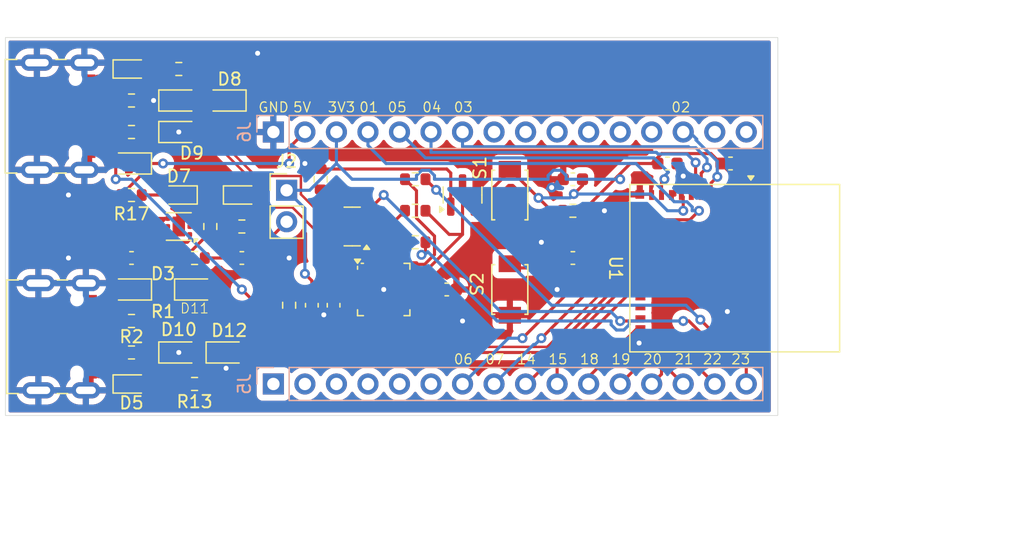
<source format=kicad_pcb>
(kicad_pcb (version 20241229) (generator "pcbnew") (generator_version "9.0")
  (layers (0 "F.Cu" signal) (2 "B.Cu" signal) (13 "F.Paste" user) (15 "B.Paste" user) (5 "F.SilkS" user "F.Silkscreen") (7 "B.SilkS" user "B.Silkscreen") (1 "F.Mask" user) (3 "B.Mask" user) (25 "Edge.Cuts" user))
  (net 0 "")
  (net 1 "/PWR_3V3")
  (net 2 "GND")
  (net 3 "/PWR_5V")
  (net 4 "Net-(U2-VPP)")
  (net 5 "/EIO0")
  (net 6 "Net-(D1-A)")
  (net 7 "/CHIP_PU")
  (net 8 "Net-(J1-CC1)")
  (net 9 "/PWR_USB2_VBUS")
  (net 11 "Net-(U3-FB)")
  (net 12 "/EIO3")
  (net 14 "/EIO8")
  (net 15 "/EIO9")
  (net 16 "/EIO7")
  (net 17 "/EIO5")
  (net 21 "/EIO6")
  (net 23 "/EIO1")
  (net 24 "/EIO4")
  (net 26 "/EIO2")
  (net 27 "/EIO20")
  (net 28 "/EIO14")
  (net 29 "/EIO18")
  (net 30 "/EIO15")
  (net 31 "/ERXD0")
  (net 32 "/EIO23")
  (net 33 "/EIO21")
  (net 34 "/EIO19")
  (net 35 "/EIO22")
  (net 37 "/ETXD0")
  (net 40 "Net-(J1-CC2)")
  (net 41 "/PWR_USB1_VBUS")
  (net 42 "Net-(J4-CC1)")
  (net 45 "Net-(J4-CC2)")
  (net 47 "/DTR")
  (net 48 "Net-(Q1-B)")
  (net 49 "Net-(Q2-B)")
  (net 51 "Net-(U2-TXD)")
  (net 52 "Net-(U2-RXD)")
  (net 53 "Net-(U2-~{RST})")
  (net 54 "/USB1_P")
  (net 55 "/USB1_N")
  (net 63 "/USB2_N")
  (net 66 "/USB2_P")
  (net 69 "Net-(D4-A)")
  (net 70 "Net-(D5-A)")
  (net 71 "Net-(D7-A)")
  (net 73 "/RTS")
  (net 85 "Net-(J2-Pin_2)")
  (footprint "Package_TO_SOT_SMD:SOT-23" (layer "F.Cu") (at 121.92 59.69 90)
    (property "Reference" "Q1" (hide yes))
    (property "Value" "BC847" (hide yes))
  )
  (footprint "Resistor_SMD:R_0603_1608Metric" (layer "F.Cu") (at 104.14 62.23)
    (property "Reference" "R5" (hide yes))
    (property "Value" "51" (hide yes))
  )
  (footprint "Package_SON:WSON-6-1EP_2x2mm_P0.65mm_EP1x1.6mm" (layer "F.Cu") (at 99.06 62.23 180)
    (property "Reference" "U3" (hide yes))
    (property "Value" "TLV75801PDRV" (hide yes))
  )
  (footprint "Capacitor_SMD:C_0603_1608Metric" (layer "F.Cu") (at 95.25 64.77)
    (property "Reference" "C7" (hide yes))
    (property "Value" "10uF" (hide yes))
  )
  (footprint "Diode_SMD:D_SOD-323" (layer "F.Cu") (at 99.06 52.07)
    (property "Reference" "D6" (hide yes))
    (property "Value" "SD05_SOD323" (hide yes))
  )
  (footprint "LED_SMD:LED_0603_1608Metric" (layer "F.Cu") (at 104.14 59.69)
    (property "Reference" "D1" (hide yes))
    (property "Value" "LED" (hide yes))
  )
  (footprint "Resistor_SMD:R_0603_1608Metric" (layer "F.Cu") (at 100.33 64.77 180)
    (property "Reference" "R3" (hide yes))
    (property "Value" "1M" (hide yes))
  )
  (footprint "Resistor_SMD:R_0603_1608Metric" (layer "F.Cu") (at 118.11 63.5)
    (property "Reference" "R9" (hide yes))
    (property "Value" "470" (hide yes))
  )
  (footprint "Connector_USB:USB_C_Receptacle_JAE_DX07S016JA1R1500" (layer "F.Cu") (at 88.9 71.12 -90)
    (property "Reference" "J1" (hide yes))
    (property "Value" "USB_C_Receptacle_USB2.0_16P" (hide yes))
  )
  (footprint "Diode_SMD:D_SOD-323" (layer "F.Cu") (at 99.06 54.61)
    (property "Reference" "D9")
    (property "Value" "SD05_SOD323" (hide yes))
  )
  (footprint "LED_SMD:LED_0603_1608Metric" (layer "F.Cu") (at 95.25 49.53)
    (property "Reference" "D4" (hide yes))
    (property "Value" "LED" (hide yes))
  )
  (footprint "TS-1088-AR02016:SW_TS-1088-AR02016" (layer "F.Cu") (at 125.73 59.69 90)
    (property "Reference" "S1")
    (property "Value" "TS-1088-AR02016" (hide yes))
  )
  (footprint "Resistor_SMD:R_0603_1608Metric" (layer "F.Cu") (at 95.25 72.39)
    (property "Reference" "R2")
    (property "Value" "5k1" (hide yes))
  )
  (footprint "Diode_SMD:D_SOD-323" (layer "F.Cu") (at 100.33 67.31)
    (property "Reference" "D11")
    (property "Value" "SD05_SOD323" (hide yes))
  )
  (footprint "Resistor_SMD:R_0603_1608Metric" (layer "F.Cu") (at 95.25 54.61 180)
    (property "Reference" "R8" (hide yes))
    (property "Value" "5k1" (hide yes))
  )
  (footprint "Capacitor_SMD:C_0603_1608Metric" (layer "F.Cu") (at 104.14 64.77)
    (property "Reference" "C2" (hide yes))
    (property "Value" "10uF" (hide yes))
  )
  (footprint "Resistor_SMD:R_0603_1608Metric" (layer "F.Cu") (at 95.25 69.85)
    (property "Reference" "R1")
    (property "Value" "5k1" (hide yes))
  )
  (footprint "Diode_SMD:D_SOD-323" (layer "F.Cu") (at 95.25 67.31 180)
    (property "Reference" "D3")
    (property "Value" "1N5819WS" (hide yes))
  )
  (footprint "Diode_SMD:D_SOD-323" (layer "F.Cu") (at 102.87 52.07 180)
    (property "Reference" "D8")
    (property "Value" "SD05_SOD323" (hide yes))
  )
  (footprint "Diode_SMD:D_SOD-323" (layer "F.Cu") (at 102.87 72.39)
    (property "Reference" "D12")
    (property "Value" "SD05_SOD323" (hide yes))
  )
  (footprint "LED_SMD:LED_0603_1608Metric" (layer "F.Cu") (at 95.25 74.93)
    (property "Reference" "D5")
    (property "Value" "LED" (hide yes))
  )
  (footprint "Diode_SMD:D_SOD-323" (layer "F.Cu") (at 95.25 57.15 180)
    (property "Reference" "D2" (hide yes))
    (property "Value" "1N5819WS" (hide yes))
  )
  (footprint "Capacitor_SMD:C_0603_1608Metric" (layer "F.Cu") (at 120.65 67.31)
    (property "Reference" "C3" (hide yes))
    (property "Value" "4.7uF" (hide yes))
  )
  (footprint "Resistor_SMD:R_0603_1608Metric" (layer "F.Cu") (at 95.25 52.07)
    (property "Reference" "R7" (hide yes))
    (property "Value" "5k1" (hide yes))
  )
  (footprint "Resistor_SMD:R_0603_1608Metric" (layer "F.Cu") (at 100.33 74.93 180)
    (property "Reference" "R13")
    (property "Value" "470" (hide yes))
  )
  (footprint "Resistor_SMD:R_0603_1608Metric" (layer "F.Cu") (at 99.06 49.53 180)
    (property "Reference" "R15" (hide yes))
    (property "Value" "470" (hide yes))
  )
  (footprint "Resistor_SMD:R_0603_1608Metric" (layer "F.Cu") (at 101.6 62.23 90)
    (property "Reference" "R4" (hide yes))
    (property "Value" "200k" (hide yes))
  )
  (footprint "Connector_USB:USB_C_Receptacle_JAE_DX07S016JA1R1500" (layer "F.Cu") (at 88.78 53.34 -90)
    (property "Reference" "J4" (hide yes))
    (property "Value" "USB_C_Receptacle_USB2.0_16P" (hide yes))
  )
  (footprint "Capacitor_SMD:C_0603_1608Metric" (layer "F.Cu") (at 143.51 57.15)
    (property "Reference" "C1" (hide yes))
    (property "Value" "10uF" (hide yes))
  )
  (footprint "Diode_SMD:D_SOD-323" (layer "F.Cu") (at 99.06 72.39)
    (property "Reference" "D10")
    (property "Value" "SD05_SOD323" (hide yes))
  )
  (footprint "TS-1088-AR02016:SW_TS-1088-AR02016" (layer "F.Cu") (at 125.73 67.31 90)
    (property "Reference" "S2")
    (property "Value" "TS-1088-AR02016" (hide yes))
  )
  (footprint "Capacitor_SMD:C_0603_1608Metric" (layer "F.Cu") (at 138.43 57.15)
    (property "Reference" "C4" (hide yes))
    (property "Value" "0.1uF" (hide yes))
  )
  (footprint "Connector_PinHeader_2.54mm:PinHeader_1x02_P2.54mm_Vertical" (layer "F.Cu") (at 107.7468 59.309)
    (property "Reference" "J2")
    (property "Value" "Conn_01x02_Pin")
  )
  (footprint "Package_DFN_QFN:QFN-24-1EP_4x4mm_P0.5mm_EP2.6x2.6mm" (layer "F.Cu") (at 115.57 67.31)
    (property "Reference" "U2" (hide yes))
    (property "Value" "CP2104" (hide yes))
  )
  (footprint "Capacitor_SMD:C_0603_1608Metric" (layer "F.Cu") (at 130.81 58.42 180)
    (property "Reference" "C5" (hide yes))
    (property "Value" "1.0uF" (hide yes))
  )
  (footprint "Resistor_SMD:R_0603_1608Metric" (layer "F.Cu") (at 110.49 58.42 -90)
    (property "Reference" "R11" (hide yes))
    (property "Value" "10k" (hide yes))
  )
  (footprint "Capacitor_SMD:C_0603_1608Metric" (layer "F.Cu") (at 109.7788 68.58 -90)
    (property "Reference" "C8" (hide yes))
    (property "Value" "10uF" (hide yes))
  )
  (footprint "Resistor_SMD:R_0603_1608Metric" (layer "F.Cu") (at 130.81 60.96 180)
    (property "Reference" "R6" (hide yes))
    (property "Value" "10k" (hide yes))
  )
  (footprint "Resistor_SMD:R_0603_1608Metric" (layer "F.Cu") (at 118.11 58.42)
    (property "Reference" "R10" (hide yes))
    (property "Value" "470" (hide yes))
  )
  (footprint "Capacitor_SMD:C_0603_1608Metric" (layer "F.Cu") (at 111.5314 68.58 -90)
    (property "Reference" "C9" (hide yes))
    (property "Value" "0.1uF" (hide yes))
  )
  (footprint "Resistor_SMD:R_0603_1608Metric" (layer "F.Cu") (at 95.25 59.69)
    (property "Reference" "R17")
    (property "Value" "470" (hide yes))
  )
  (footprint "Package_TO_SOT_SMD:SOT-23" (layer "F.Cu") (at 113.03 62.23 180)
    (property "Reference" "Q2" (hide yes))
    (property "Value" "BC847" (hide yes))
  )
  (footprint "Resistor_SMD:R_0603_1608Metric" (layer "F.Cu") (at 107.95 68.58 -90)
    (property "Reference" "R12" (hide yes))
    (property "Value" "1k" (hide yes))
  )
  (footprint "Capacitor_SMD:C_0603_1608Metric" (layer "F.Cu") (at 130.81 64.77 180)
    (property "Reference" "C6" (hide yes))
    (property "Value" "0.1uF" (hide yes))
  )
  (footprint "LED_SMD:LED_0603_1608Metric" (layer "F.Cu") (at 99.06 59.69 180)
    (property "Reference" "D7")
    (property "Value" "LED" (hide yes))
  )
  (footprint "Resistor_SMD:R_0603_1608Metric" (layer "F.Cu") (at 118.11 60.96 180)
    (property "Reference" "R14" (hide yes))
    (property "Value" "10k" (hide yes))
  )
  (footprint "RF_Module:ESP32-C6-MINI-1" (layer "F.Cu") (at 141.15 65.59 -90)
    (property "Reference" "U1")
    (property "Value" "ESP32-C6-MINI-1" (hide yes))
  )
  (footprint "Connector_PinHeader_2.54mm:PinHeader_1x16_P2.54mm_Vertical" (layer "B.Cu") (at 106.68 74.93 -90)
    (property "Reference" "J5")
    (property "Value" "Conn_01x16_Pin" (hide yes))
  )
  (footprint "Connector_PinHeader_2.54mm:PinHeader_1x16_P2.54mm_Vertical" (layer "B.Cu") (at 106.68 54.61 -90)
    (property "Reference" "J6")
    (property "Value" "Conn_01x16_Pin" (hide yes))
  )
  (gr_rect (start 85.09 46.99) (end 147.32 77.47) (stroke (width 0.05)) (fill no) (layer "Edge.Cuts"))
  (gr_text "04" (at 118.618 53.086 0) (layer "F.SilkS") (effects (font (size 0.8 0.8) (thickness 0.1)) (justify left bottom)))
  (gr_text "03" (at 121.158 53.086 0) (layer "F.SilkS") (effects (font (size 0.8 0.8) (thickness 0.1)) (justify left bottom)))
  (gr_text "07" (at 123.698 73.406 0) (layer "F.SilkS") (effects (font (size 0.8 0.8) (thickness 0.1)) (justify left bottom)))
  (gr_text "15" (at 128.778 73.406 0) (layer "F.SilkS") (effects (font (size 0.8 0.8) (thickness 0.1)) (justify left bottom)))
  (gr_text "02" (at 138.684 53.086 0) (layer "F.SilkS") (effects (font (size 0.8 0.8) (thickness 0.1)) (justify left bottom)))
  (gr_text "14" (at 126.238 73.406 0) (layer "F.SilkS") (effects (font (size 0.8 0.8) (thickness 0.1)) (justify left bottom)))
  (gr_text "22" (at 141.224 73.406 0) (layer "F.SilkS") (effects (font (size 0.8 0.8) (thickness 0.1)) (justify left bottom)))
  (gr_text "3V3" (at 110.998 53.086 0) (layer "F.SilkS") (effects (font (size 0.8 0.8) (thickness 0.1)) (justify left bottom)))
  (gr_text "01" (at 113.538 53.086 0) (layer "F.SilkS") (effects (font (size 0.8 0.8) (thickness 0.1)) (justify left bottom)))
  (gr_text "5V" (at 108.204 53.086 0) (layer "F.SilkS") (effects (font (size 0.8 0.8) (thickness 0.1)) (justify left bottom)))
  (gr_text "21" (at 138.938 73.406 0) (layer "F.SilkS") (effects (font (size 0.8 0.8) (thickness 0.1)) (justify left bottom)))
  (gr_text "19" (at 133.858 73.406 0) (layer "F.SilkS") (effects (font (size 0.8 0.8) (thickness 0.1)) (justify left bottom)))
  (gr_text "23" (at 143.51 73.406 0) (layer "F.SilkS") (effects (font (size 0.8 0.8) (thickness 0.1)) (justify left bottom)))
  (gr_text "20" (at 136.398 73.406 0) (layer "F.SilkS") (effects (font (size 0.8 0.8) (thickness 0.1)) (justify left bottom)))
  (gr_text "GND" (at 105.41 53.086 0) (layer "F.SilkS") (effects (font (size 0.8 0.8) (thickness 0.1)) (justify left bottom)))
  (gr_text "06" (at 121.158 73.406 0) (layer "F.SilkS") (effects (font (size 0.8 0.8) (thickness 0.1)) (justify left bottom)))
  (gr_text "18" (at 131.318 73.406 0) (layer "F.SilkS") (effects (font (size 0.8 0.8) (thickness 0.1)) (justify left bottom)))
  (gr_text "05" (at 115.824 53.086 0) (layer "F.SilkS") (effects (font (size 0.8 0.8) (thickness 0.1)) (justify left bottom)))
  (segment (start 135.445 57.15) (end 135.89 57.15) (width 0.25) (layer "F.Cu") (net 1))
  (segment (start 109.7788 67.805) (end 109.7788 66.5988) (width 0.25) (layer "F.Cu") (net 1))
  (segment (start 113.6325 68.56) (end 114.32 69.2475) (width 0.25) (layer "F.Cu") (net 1))
  (segment (start 143.55 57.965) (end 143.55 59.69) (width 0.25) (layer "F.Cu") (net 1))
  (segment (start 142.735 57.15) (end 143.55 57.965) (width 0.25) (layer "F.Cu") (net 1))
  (segment (start 109.7788 66.5988) (end 109.22 66.04) (width 0.25) (layer "F.Cu") (net 1))
  (segment (start 107.95 67.755) (end 111.4814 67.755) (width 0.25) (layer "F.Cu") (net 1))
  (segment (start 111.4814 67.755) (end 111.5314 67.805) (width 0.25) (layer "F.Cu") (net 1))
  (segment (start 141.934 56.349) (end 142.735 57.15) (width 0.25) (layer "F.Cu") (net 1))
  (segment (start 137.961 56.349) (end 141.934 56.349) (width 0.25) (layer "F.Cu") (net 1))
  (segment (start 134.62 58.42) (end 134.3975 58.1975) (width 0.25) (layer "F.Cu") (net 1))
  (segment (start 131.635 60.96) (end 134.3975 58.1975) (width 0.25) (layer "F.Cu") (net 1))
  (segment (start 111.5314 67.805) (end 111.7864 68.06) (width 0.25) (layer "F.Cu") (net 1))
  (segment (start 135.89 57.15) (end 137.16 57.15) (width 0.25) (layer "F.Cu") (net 1))
  (segment (start 111.7864 68.06) (end 113.6325 68.06) (width 0.25) (layer "F.Cu") (net 1))
  (segment (start 137.16 57.15) (end 137.655 57.15) (width 0.25) (layer "F.Cu") (net 1))
  (segment (start 134.3975 58.1975) (end 135.445 57.15) (width 0.25) (layer "F.Cu") (net 1))
  (segment (start 113.6325 68.06) (end 113.6325 68.56) (width 0.25) (layer "F.Cu") (net 1))
  (segment (start 137.16 57.15) (end 137.961 56.349) (width 0.25) (layer "F.Cu") (net 1))
  (via (at 134.62 58.42) (size 0.8) (drill 0.4) (layers "F.Cu" "B.Cu") (net 1))
  (via (at 109.22 66.04) (size 0.8) (drill 0.4) (layers "F.Cu" "B.Cu") (net 1))
  (segment (start 109.601 59.309) (end 107.7468 59.309) (width 0.25) (layer "B.Cu") (net 1))
  (segment (start 128.814 58.42) (end 128.814 58.11928) (width 0.25) (layer "B.Cu") (net 1))
  (segment (start 107.7468 59.309) (end 109.22 60.7822) (width 0.25) (layer "B.Cu") (net 1))
  (segment (start 118.63428 57.694) (end 119.23572 57.694) (width 0.25) (layer "B.Cu") (net 1))
  (segment (start 111.76 54.61) (end 111.76 57.15) (width 0.25) (layer "B.Cu") (net 1))
  (segment (start 119.23572 57.694) (end 119.661 58.11928) (width 0.25) (layer "B.Cu") (net 1))
  (segment (start 129.84072 57.694) (end 130.266 58.11928) (width 0.25) (layer "B.Cu") (net 1))
  (segment (start 109.22 60.7822) (end 109.22 66.04) (width 0.25) (layer "B.Cu") (net 1))
  (segment (start 113.03 58.42) (end 118.209 58.42) (width 0.25) (layer "B.Cu") (net 1))
  (segment (start 130.266 58.42) (end 134.62 58.42) (width 0.25) (layer "B.Cu") (net 1))
  (segment (start 128.814 58.11928) (end 129.23928 57.694) (width 0.25) (layer "B.Cu") (net 1))
  (segment (start 130.266 58.11928) (end 130.266 58.42) (width 0.25) (layer "B.Cu") (net 1))
  (segment (start 111.76 57.15) (end 109.601 59.309) (width 0.25) (layer "B.Cu") (net 1))
  (segment (start 118.209 58.42) (end 118.209 58.11928) (width 0.25) (layer "B.Cu") (net 1))
  (segment (start 119.661 58.11928) (end 119.661 58.42) (width 0.25) (layer "B.Cu") (net 1))
  (segment (start 129.23928 57.694) (end 129.84072 57.694) (width 0.25) (layer "B.Cu") (net 1))
  (segment (start 111.76 57.15) (end 113.03 58.42) (width 0.25) (layer "B.Cu") (net 1))
  (segment (start 118.209 58.11928) (end 118.63428 57.694) (width 0.25) (layer "B.Cu") (net 1))
  (segment (start 119.661 58.42) (end 128.814 58.42) (width 0.25) (layer "B.Cu") (net 1))
  (segment (start 93.2422 50.24) (end 93.9522 49.53) (width 0.25) (layer "F.Cu") (net 2))
  (segment (start 91.455 49.02) (end 90.17 49.02) (width 0.25) (layer "F.Cu") (net 2))
  (segment (start 91.83 57.285) (end 91.455 57.66) (width 0.25) (layer "F.Cu") (net 2))
  (segment (start 91.83 49.395) (end 91.7025 49.2675) (width 0.25) (layer "F.Cu") (net 2))
  (segment (start 91.575 67.645) (end 91.95 68.02) (width 0.25) (layer "F.Cu") (net 2))
  (segment (start 139.205 57.15) (end 139.205 57.671) (width 0.25) (layer "F.Cu") (net 2))
  (segment (start 91.455 49.53) (end 91.455 49.865) (width 0.25) (layer "F.Cu") (net 2))
  (segment (start 136.25 62.39) (end 137.95 62.39) (width 0.25) (layer "F.Cu") (net 2))
  (segment (start 96.025 64.77) (end 96.74 64.77) (width 0.25) (layer "F.Cu") (net 2))
  (segment (start 136.2 58.73) (end 135.89 58.42) (width 0.25) (layer "F.Cu") (net 2))
  (segment (start 137.1 59.64) (end 137.15 59.69) (width 0.25) (layer "F.Cu") (net 2))
  (segment (start 91.95 75.065) (end 91.575 75.44) (width 0.25) (layer "F.Cu") (net 2))
  (segment (start 115.57 67.31) (end 114.82 66.56) (width 0.25) (layer "F.Cu") (net 2))
  (segment (start 136.2 59.64) (end 136.2 58.73) (width 0.25) (layer "F.Cu") (net 2))
  (segment (start 100.1225 61.405) (end 99.9475 61.58) (width 0.25) (layer "F.Cu") (net 2))
  (segment (start 101.6 61.405) (end 100.1225 61.405) (width 0.25) (layer "F.Cu") (net 2))
  (segment (start 139.205 57.671) (end 139.7 58.166) (width 0.25) (layer "F.Cu") (net 2))
  (segment (start 91.575 66.8) (end 91.575 67.645) (width 0.25) (layer "F.Cu") (net 2))
  (segment (start 91.83 56.44) (end 91.83 57.285) (width 0.25) (layer "F.Cu") (net 2))
  (segment (start 114.82 66.56) (end 113.6325 66.56) (width 0.25) (layer "F.Cu") (net 2))
  (segment (start 91.95 74.22) (end 91.95 75.065) (width 0.25) (layer "F.Cu") (net 2))
  (segment (start 96.74 64.77) (end 99.28 67.31) (width 0.25) (layer "F.Cu") (net 2))
  (segment (start 91.83 50.24) (end 93.2422 50.24) (width 0.25) (layer "F.Cu") (net 2))
  (segment (start 96.075 52.07) (end 98.01 52.07) (width 0.25) (layer "F.Cu") (net 2))
  (segment (start 91.455 49.02) (end 91.455 49.53) (width 0.25) (layer "F.Cu") (net 2))
  (segment (start 129.766153 58.42) (end 129.099908 59.086245) (width 0.25) (layer "F.Cu") (net 2))
  (segment (start 90.17 49.02) (end 87.63 49.02) (width 0.25) (layer "F.Cu") (net 2))
  (segment (start 91.455 49.865) (end 91.83 50.24) (width 0.25) (layer "F.Cu") (net 2))
  (segment (start 110.744 69.355) (end 109.7788 69.355) (width 0.25) (layer "F.Cu") (net 2))
  (segment (start 130.035 58.42) (end 129.766153 58.42) (width 0.25) (layer "F.Cu") (net 2))
  (segment (start 96.075 72.39) (end 98.01 72.39) (width 0.25) (layer "F.Cu") (net 2))
  (segment (start 111.5314 69.355) (end 110.744 69.355) (width 0.25) (layer "F.Cu") (net 2))
  (segment (start 136.2 71.54) (end 136.2 71.572) (width 0.25) (layer "F.Cu") (net 2))
  (segment (start 137.95 62.39) (end 139.175 63.615) (width 0.25) (layer "F.Cu") (net 2))
  (segment (start 93.9522 49.53) (end 94.4625 49.53) (width 0.25) (layer "F.Cu") (net 2))
  (segment (start 143.256 67.696) (end 143.125 67.565) (width 0.25) (layer "F.Cu") (net 2))
  (segment (start 143.256 69.088) (end 143.256 67.696) (width 0.25) (layer "F.Cu") (net 2))
  (segment (start 136.2 59.64) (end 137.1 59.64) (width 0.25) (layer "F.Cu") (net 2))
  (segment (start 136.2 71.572) (end 136.144 71.628) (width 0.25) (layer "F.Cu") (net 2))
  (segment (start 91.7025 49.2675) (end 91.455 49.02) (width 0.25) (layer "F.Cu") (net 2))
  (via (at 90.17 64.77) (size 0.8) (drill 0.4) (layers "F.Cu" "B.Cu") (net 2))
  (via (at 128.27 63.5) (size 0.8) (drill 0.4) (layers "F.Cu" "B.Cu") (net 2))
  (via (at 139.7 58.166) (size 0.8) (drill 0.4) (layers "F.Cu" "B.Cu") (net 2))
  (via (at 143.256 69.088) (size 0.8) (drill 0.4) (layers "F.Cu" "B.Cu") (net 2))
  (via (at 115.57 67.31) (size 0.8) (drill 0.4) (layers "F.Cu" "B.Cu") (net 2))
  (via (at 133.35 60.96) (size 0.8) (drill 0.4) (layers "F.Cu" "B.Cu") (net 2))
  (via (at 99.06 72.39) (size 0.8) (drill 0.4) (layers "F.Cu" "B.Cu") (net 2))
  (via (at 97.028 52.07) (size 0.8) (drill 0.4) (layers "F.Cu" "B.Cu") (net 2))
  (via (at 109.22 57.15) (size 0.8) (drill 0.4) (layers "F.Cu" "B.Cu") (net 2))
  (via (at 90.17 59.69) (size 0.8) (drill 0.4) (layers "F.Cu" "B.Cu") (net 2))
  (via (at 105.41 48.26) (size 0.8) (drill 0.4) (layers "F.Cu" "B.Cu") (net 2))
  (via (at 102.87 73.66) (size 0.8) (drill 0.4) (layers "F.Cu" "B.Cu") (net 2))
  (via (at 110.744 69.355) (size 0.8) (drill 0.4) (layers "F.Cu" "B.Cu") (net 2))
  (via (at 129.099908 59.086245) (size 0.8) (drill 0.4) (layers "F.Cu" "B.Cu") (net 2))
  (via (at 129.54 67.31) (size 0.8) (drill 0.4) (layers "F.Cu" "B.Cu") (net 2))
  (via (at 99.06 54.61) (size 0.8) (drill 0.4) (layers "F.Cu" "B.Cu") (net 2))
  (via (at 107.95 64.77) (size 0.8) (drill 0.4) (layers "F.Cu" "B.Cu") (net 2))
  (via (at 136.144 71.628) (size 0.8) (drill 0.4) (layers "F.Cu" "B.Cu") (net 2))
  (via (at 121.92 69.85) (size 0.8) (drill 0.4) (layers "F.Cu" "B.Cu") (net 2))
  (segment (start 140.716 71.628) (end 143.256 69.088) (width 0.25) (layer "B.Cu") (net 2))
  (segment (start 136.144 71.628) (end 140.716 71.628) (width 0.25) (layer "B.Cu") (net 2))
  (segment (start 94.825 59.69) (end 96.715 61.58) (width 0.25) (layer "F.Cu") (net 3))
  (segment (start 98.1725 62.88) (end 96.654534 62.88) (width 0.25) (layer "F.Cu") (net 3))
  (segment (start 96.3 57.15) (end 96.3 57.815) (width 0.25) (layer "F.Cu") (net 3))
  (segment (start 97.659 61.906001) (end 97.659 62.553999) (width 0.25) (layer "F.Cu") (net 3))
  (segment (start 109.22 54.61) (end 107.95 55.88) (width 0.25) (layer "F.Cu") (net 3))
  (segment (start 98.1725 61.58) (end 97.985001 61.58) (width 0.25) (layer "F.Cu") (net 3))
  (segment (start 96.3 67.31) (end 96.3 66.595) (width 0.25) (layer "F.Cu") (net 3))
  (segment (start 97.985001 62.88) (end 98.1725 62.88) (width 0.25) (layer "F.Cu") (net 3))
  (segment (start 97.79 57.15) (end 96.3 57.15) (width 0.25) (layer "F.Cu") (net 3))
  (segment (start 94.764534 64.77) (end 94.475 64.77) (width 0.25) (layer "F.Cu") (net 3))
  (segment (start 107.95 55.88) (end 107.95 57.15) (width 0.25) (layer "F.Cu") (net 3))
  (segment (start 96.654534 62.88) (end 94.764534 64.77) (width 0.25) (layer "F.Cu") (net 3))
  (segment (start 94.425 59.69) (end 94.825 59.69) (width 0.25) (layer "F.Cu") (net 3))
  (segment (start 96.3 57.815) (end 94.425 59.69) (width 0.25) (layer "F.Cu") (net 3))
  (segment (start 96.715 61.58) (end 98.1725 61.58) (width 0.25) (layer "F.Cu") (net 3))
  (segment (start 97.985001 61.58) (end 97.659 61.906001) (width 0.25) (layer "F.Cu") (net 3))
  (segment (start 96.3 66.595) (end 94.475 64.77) (width 0.25) (layer "F.Cu") (net 3))
  (segment (start 97.659 62.553999) (end 97.985001 62.88) (width 0.25) (layer "F.Cu") (net 3))
  (via (at 97.79 57.15) (size 0.8) (drill 0.4) (layers "F.Cu" "B.Cu") (net 3))
  (via (at 107.95 57.15) (size 0.8) (drill 0.4) (layers "F.Cu" "B.Cu") (net 3))
  (segment (start 107.95 57.15) (end 97.79 57.15) (width 0.25) (layer "B.Cu") (net 3))
  (segment (start 119.875 67.31) (end 119.625 67.06) (width 0.25) (layer "F.Cu") (net 4))
  (segment (start 119.625 67.06) (end 117.5075 67.06) (width 0.25) (layer "F.Cu") (net 4))
  (segment (start 130.784 65.571) (end 131.585 64.77) (width 0.25) (layer "F.Cu") (net 5))
  (segment (start 125.73 65.235) (end 126.066 65.571) (width 0.25) (layer "F.Cu") (net 5))
  (segment (start 126.066 65.571) (end 130.784 65.571) (width 0.25) (layer "F.Cu") (net 5))
  (segment (start 135.565 60.79) (end 136.25 60.79) (width 0.25) (layer "F.Cu") (net 5))
  (segment (start 131.585 64.77) (end 135.565 60.79) (width 0.25) (layer "F.Cu") (net 5))
  (segment (start 105.41 60.96) (end 105.41 61.785) (width 0.25) (layer "F.Cu") (net 6))
  (segment (start 104.9275 60.4775) (end 104.9275 59.69) (width 0.25) (layer "F.Cu") (net 6))
  (segment (start 105.41 61.785) (end 104.965 62.23) (width 0.25) (layer "F.Cu") (net 6))
  (segment (start 105.41 60.96) (end 104.9275 60.4775) (width 0.25) (layer "F.Cu") (net 6))
  (segment (start 125.73 57.615) (end 125.73 57.7675) (width 0.25) (layer "F.Cu") (net 7))
  (segment (start 139.7 59.84) (end 139.55 59.69) (width 0.25) (layer "F.Cu") (net 7))
  (segment (start 125.73 57.7675) (end 122.87 60.6275) (width 0.25) (layer "F.Cu") (net 7))
  (segment (start 131.585 58.42) (end 131.585 58.915) (width 0.25) (layer "F.Cu") (net 7))
  (segment (start 125.73 57.615) (end 128.0375 59.9225) (width 0.25) (layer "F.Cu") (net 7))
  (segment (start 128.0375 59.9225) (end 129.075 60.96) (width 0.25) (layer "F.Cu") (net 7))
  (segment (start 139.7 60.96) (end 139.7 59.84) (width 0.25) (layer "F.Cu") (net 7))
  (segment (start 129.075 60.96) (end 129.985 60.96) (width 0.25) (layer "F.Cu") (net 7))
  (segment (start 131.585 58.915) (end 130.887362 59.612638) (width 0.25) (layer "F.Cu") (net 7))
  (via (at 128.0375 59.9225) (size 0.8) (drill 0.4) (layers "F.Cu" "B.Cu") (net 7))
  (via (at 130.887362 59.612638) (size 0.8) (drill 0.4) (layers "F.Cu" "B.Cu") (net 7))
  (via (at 139.7 60.96) (size 0.8) (drill 0.4) (layers "F.Cu" "B.Cu") (net 7))
  (segment (start 130.887362 59.612638) (end 130.5775 59.9225) (width 0.25) (layer "B.Cu") (net 7))
  (segment (start 130.887362 59.612638) (end 137.082638 59.612638) (width 0.25) (layer "B.Cu") (net 7))
  (segment (start 130.5775 59.9225) (end 128.0375 59.9225) (width 0.25) (layer "B.Cu") (net 7))
  (segment (start 137.082638 59.612638) (end 138.43 60.96) (width 0.25) (layer "B.Cu") (net 7))
  (segment (start 138.43 60.96) (end 139.7 60.96) (width 0.25) (layer "B.Cu") (net 7))
  (segment (start 94.425 69.85) (end 93.945 69.37) (width 0.25) (layer "F.Cu") (net 8))
  (segment (start 93.945 69.37) (end 91.95 69.37) (width 0.25) (layer "F.Cu") (net 8))
  (segment (start 91.83 55.69) (end 91.691 55.551) (width 0.25) (layer "F.Cu") (net 9))
  (segment (start 90.17 54.717) (end 90.17 52.07) (width 0.25) (layer "F.Cu") (net 9))
  (segment (start 114.545154 69.986) (end 114.82 69.711154) (width 0.25) (layer "F.Cu") (net 9))
  (segment (start 99.885 49.53) (end 98.425 50.99) (width 0.25) (layer "F.Cu") (net 9))
  (segment (start 104.14 67.31) (end 105.41 68.58) (width 0.25) (layer "F.Cu") (net 9))
  (segment (start 94.2 57.15) (end 92.74 55.69) (width 0.25) (layer "F.Cu") (net 9))
  (segment (start 92.74 55.69) (end 91.83 55.69) (width 0.25) (layer "F.Cu") (net 9))
  (segment (start 112.395 68.58) (end 113.801 69.986) (width 0.25) (layer "F.Cu") (net 9))
  (segment (start 90.17 52.07) (end 91.25 50.99) (width 0.25) (layer "F.Cu") (net 9))
  (segment (start 91.691 55.551) (end 91.004 55.551) (width 0.25) (layer "F.Cu") (net 9))
  (segment (start 105.41 68.58) (end 112.395 68.58) (width 0.25) (layer "F.Cu") (net 9))
  (segment (start 99.885 51.845) (end 100.11 52.07) (width 0.25) (layer "F.Cu") (net 9))
  (segment (start 93.98 58.42) (end 93.98 57.37) (width 0.25) (layer "F.Cu") (net 9))
  (segment (start 93.98 57.37) (end 94.2 57.15) (width 0.25) (layer "F.Cu") (net 9))
  (segment (start 113.801 69.986) (end 114.545154 69.986) (width 0.25) (layer "F.Cu") (net 9))
  (segment (start 114.82 69.711154) (end 114.82 69.2475) (width 0.25) (layer "F.Cu") (net 9))
  (segment (start 91.004 55.551) (end 90.17 54.717) (width 0.25) (layer "F.Cu") (net 9))
  (segment (start 98.425 50.99) (end 91.83 50.99) (width 0.25) (layer "F.Cu") (net 9))
  (segment (start 91.25 50.99) (end 91.83 50.99) (width 0.25) (layer "F.Cu") (net 9))
  (segment (start 99.885 49.53) (end 99.885 51.845) (width 0.25) (layer "F.Cu") (net 9))
  (via (at 93.98 58.42) (size 0.8) (drill 0.4) (layers "F.Cu" "B.Cu") (net 9))
  (via (at 104.14 67.31) (size 0.8) (drill 0.4) (layers "F.Cu" "B.Cu") (net 9))
  (segment (start 104.14 67.31) (end 95.25 58.42) (width 0.25) (layer "B.Cu") (net 9))
  (segment (start 95.25 58.42) (end 93.98 58.42) (width 0.25) (layer "B.Cu") (net 9))
  (segment (start 101.22 63.055) (end 101.6 63.055) (width 0.25) (layer "F.Cu") (net 11))
  (segment (start 101.6 63.055) (end 100.775 62.23) (width 0.25) (layer "F.Cu") (net 11))
  (segment (start 100.775 62.23) (end 99.9475 62.23) (width 0.25) (layer "F.Cu") (net 11))
  (segment (start 99.505 64.77) (end 101.22 63.055) (width 0.25) (layer "F.Cu") (net 11))
  (segment (start 141.15 59.69) (end 141.15 57.931504) (width 0.25) (layer "F.Cu") (net 12))
  (segment (start 141.15 57.931504) (end 141.618239 57.463265) (width 0.25) (layer "F.Cu") (net 12))
  (via (at 141.618239 57.463265) (size 0.8) (drill 0.4) (layers "F.Cu" "B.Cu") (net 12))
  (segment (start 121.92 54.61) (end 121.92 55.797) (width 0.25) (layer "B.Cu") (net 12))
  (segment (start 140.125 55.797) (end 121.92 55.797) (width 0.25) (layer "B.Cu") (net 12))
  (segment (start 140.208 55.88) (end 140.125 55.797) (width 0.25) (layer "B.Cu") (net 12))
  (segment (start 141.618239 56.782239) (end 140.716 55.88) (width 0.25) (layer "B.Cu") (net 12))
  (segment (start 140.716 55.88) (end 140.208 55.88) (width 0.25) (layer "B.Cu") (net 12))
  (segment (start 141.618239 57.463265) (end 141.618239 56.782239) (width 0.25) (layer "B.Cu") (net 12))
  (segment (start 136.51 69.85) (end 136.25 69.59) (width 0.25) (layer "F.Cu") (net 15))
  (segment (start 113.9675 61.28) (end 113.98 61.28) (width 0.25) (layer "F.Cu") (net 15))
  (segment (start 135.99 69.85) (end 136.442 69.85) (width 0.25) (layer "F.Cu") (net 15))
  (segment (start 113.98 61.28) (end 115.57 59.69) (width 0.25) (layer "F.Cu") (net 15))
  (segment (start 135.99 69.85) (end 136.25 69.59) (width 0.25) (layer "F.Cu") (net 15))
  (segment (start 134.62 69.85) (end 135.99 69.85) (width 0.25) (layer "F.Cu") (net 15))
  (via (at 134.62 69.85) (size 0.8) (drill 0.4) (layers "F.Cu" "B.Cu") (net 15))
  (via (at 115.57 59.69) (size 0.8) (drill 0.4) (layers "F.Cu" "B.Cu") (net 15))
  (segment (start 133.858 69.088) (end 134.62 69.85) (width 0.25) (layer "B.Cu") (net 15))
  (segment (start 124.968 69.088) (end 133.858 69.088) (width 0.25) (layer "B.Cu") (net 15))
  (segment (start 115.57 59.69) (end 124.968 69.088) (width 0.25) (layer "B.Cu") (net 15))
  (segment (start 135.519 63.99) (end 128.27 71.239) (width 0.25) (layer "F.Cu") (net 16))
  (segment (start 136.25 63.99) (end 135.519 63.99) (width 0.25) (layer "F.Cu") (net 16))
  (via (at 128.27 71.239) (size 0.8) (drill 0.4) (layers "F.Cu" "B.Cu") (net 16))
  (segment (start 128.27 71.239) (end 127.762 71.747) (width 0.25) (layer "B.Cu") (net 16))
  (segment (start 127.643 71.747) (end 124.46 74.93) (width 0.25) (layer "B.Cu") (net 16))
  (segment (start 127.762 71.747) (end 127.643 71.747) (width 0.25) (layer "B.Cu") (net 16))
  (segment (start 137.95 58.646) (end 138.180653 58.415347) (width 0.25) (layer "F.Cu") (net 17))
  (segment (start 137.95 59.04) (end 137.95 58.646) (width 0.25) (layer "F.Cu") (net 17))
  (segment (start 137.95 59.04) (end 137.95 59.69) (width 0.25) (layer "F.Cu") (net 17))
  (via (at 138.180653 58.415347) (size 0.8) (drill 0.4) (layers "F.Cu" "B.Cu") (net 17))
  (segment (start 138.180653 58.171537) (end 138.5 57.85219) (width 0.25) (layer "B.Cu") (net 17))
  (segment (start 138.5 57.85219) (end 137.34681 56.699) (width 0.25) (layer "B.Cu") (net 17))
  (segment (start 118.929 56.699) (end 116.84 54.61) (width 0.25) (layer "B.Cu") (net 17))
  (segment (start 138.180653 58.415347) (end 138.180653 58.171537) (width 0.25) (layer "B.Cu") (net 17))
  (segment (start 137.34681 56.699) (end 118.929 56.699) (width 0.25) (layer "B.Cu") (net 17))
  (segment (start 134.795 63.19) (end 126.746 71.239) (width 0.25) (layer "F.Cu") (net 21))
  (segment (start 136.25 63.19) (end 134.795 63.19) (width 0.25) (layer "F.Cu") (net 21))
  (via (at 126.746 71.239) (size 0.8) (drill 0.4) (layers "F.Cu" "B.Cu") (net 21))
  (segment (start 125.611 71.239) (end 121.92 74.93) (width 0.25) (layer "B.Cu") (net 21))
  (segment (start 126.746 71.239) (end 125.611 71.239) (width 0.25) (layer "B.Cu") (net 21))
  (segment (start 140.244 61.686) (end 140.97 60.96) (width 0.25) (layer "F.Cu") (net 23))
  (segment (start 136.346 61.686) (end 140.244 61.686) (width 0.25) (layer "F.Cu") (net 23))
  (segment (start 136.25 61.59) (end 136.346 61.686) (width 0.25) (layer "F.Cu") (net 23))
  (via (at 140.97 60.96) (size 0.8) (drill 0.4) (layers "F.Cu" "B.Cu") (net 23))
  (segment (start 115.758 57.15) (end 114.3 55.692) (width 0.25) (layer "B.Cu") (net 23))
  (segment (start 140.00072 60.234) (end 138.974 60.234) (width 0.25) (layer "B.Cu") (net 23))
  (segment (start 138.974 60.234) (end 135.89 57.15) (width 0.25) (layer "B.Cu") (net 23))
  (segment (start 135.89 57.15) (end 115.758 57.15) (width 0.25) (layer "B.Cu") (net 23))
  (segment (start 114.3 55.692) (end 114.3 54.61) (width 0.25) (layer "B.Cu") (net 23))
  (segment (start 140.97 60.96) (end 140.426 60.96) (width 0.25) (layer "B.Cu") (net 23))
  (segment (start 140.426 60.65928) (end 140.00072 60.234) (width 0.25) (layer "B.Cu") (net 23))
  (segment (start 140.426 60.96) (end 140.426 60.65928) (width 0.25) (layer "B.Cu") (net 23))
  (segment (start 138.75 59.69) (end 139.024 59.69) (width 0.25) (layer "F.Cu") (net 24))
  (segment (start 140.69711 58.43889) (end 140.69711 57.074) (width 0.25) (layer "F.Cu") (net 24))
  (segment (start 139.024 59.69) (end 139.024 58.964) (width 0.25) (layer "F.Cu") (net 24))
  (segment (start 139.024 58.964) (end 140.172 58.964) (width 0.25) (layer "F.Cu") (net 24))
  (segment (start 140.172 58.964) (end 140.69711 58.43889) (width 0.25) (layer "F.Cu") (net 24))
  (via (at 140.69711 57.074) (size 0.8) (drill 0.4) (layers "F.Cu" "B.Cu") (net 24))
  (segment (start 119.38 54.61) (end 119.38 56.248) (width 0.25) (layer "B.Cu") (net 24))
  (segment (start 137.67362 56.388) (end 140.01111 56.388) (width 0.25) (layer "B.Cu") (net 24))
  (segment (start 140.01111 56.388) (end 140.69711 57.074) (width 0.25) (layer "B.Cu") (net 24))
  (segment (start 119.38 56.248) (end 137.53362 56.248) (width 0.25) (layer "B.Cu") (net 24))
  (segment (start 137.53362 56.248) (end 137.67362 56.388) (width 0.25) (layer "B.Cu") (net 24))
  (segment (start 141.95 59.98) (end 141.95 59.69) (width 0.25) (layer "F.Cu") (net 26))
  (segment (start 141.95 59.69) (end 141.95 58.716065) (width 0.25) (layer "F.Cu") (net 26))
  (segment (start 141.95 58.716065) (end 142.44276 58.223305) (width 0.25) (layer "F.Cu") (net 26))
  (segment (start 139.7 54.61) (end 139.956 54.61) (width 0.25) (layer "F.Cu") (net 26))
  (via (at 142.44276 58.223305) (size 0.8) (drill 0.4) (layers "F.Cu" "B.Cu") (net 26))
  (segment (start 140.208 54.61) (end 139.7 54.61) (width 0.25) (layer "B.Cu") (net 26))
  (segment (start 140.785558 55.187558) (end 140.723463 55.249653) (width 0.25) (layer "B.Cu") (net 26))
  (segment (start 142.44276 58.223305) (end 142.44276 56.96895) (width 0.25) (layer "B.Cu") (net 26))
  (segment (start 140.785558 55.187558) (end 140.208 54.61) (width 0.25) (layer "B.Cu") (net 26))
  (segment (start 142.44276 56.96895) (end 140.723463 55.249653) (width 0.25) (layer "B.Cu") (net 26))
  (segment (start 137.95 74.14) (end 137.16 74.93) (width 0.25) (layer "F.Cu") (net 27))
  (segment (start 137.95 71.49) (end 137.95 74.14) (width 0.25) (layer "F.Cu") (net 27))
  (segment (start 136.25 66.39) (end 135.63581 66.39) (width 0.25) (layer "F.Cu") (net 28))
  (segment (start 135.63581 66.39) (end 127.09581 74.93) (width 0.25) (layer "F.Cu") (net 28))
  (segment (start 127.09581 74.93) (end 127 74.93) (width 0.25) (layer "F.Cu") (net 28))
  (segment (start 136.25 70.39) (end 136.05 70.39) (width 0.25) (layer "F.Cu") (net 29))
  (segment (start 136.05 70.39) (end 132.08 74.36) (width 0.25) (layer "F.Cu") (net 29))
  (segment (start 132.08 74.36) (end 132.08 74.93) (width 0.25) (layer "F.Cu") (net 29))
  (segment (start 136.25 67.19) (end 135.798 67.19) (width 0.25) (layer "F.Cu") (net 30))
  (segment (start 129.54 73.448) (end 129.54 74.93) (width 0.25) (layer "F.Cu") (net 30))
  (segment (start 135.798 67.19) (end 129.54 73.448) (width 0.25) (layer "F.Cu") (net 30))
  (segment (start 118.935 63.5) (end 118.935 64.189694) (width 0.25) (layer "F.Cu") (net 31))
  (segment (start 141.15 71.49) (end 141.15 70.84) (width 0.25) (layer "F.Cu") (net 31))
  (segment (start 141.15 70.84) (end 140.16 69.85) (width 0.25) (layer "F.Cu") (net 31))
  (segment (start 118.935 64.189694) (end 118.613347 64.511347) (width 0.25) (layer "F.Cu") (net 31))
  (segment (start 140.16 69.85) (end 139.7 69.85) (width 0.25) (layer "F.Cu") (net 31))
  (segment (start 140.97 71.67) (end 141.15 71.49) (width 0.25) (layer "F.Cu") (net 31))
  (via (at 118.613347 64.511347) (size 0.8) (drill 0.4) (layers "F.Cu" "B.Cu") (net 31))
  (via (at 139.7 69.85) (size 0.8) (drill 0.4) (layers "F.Cu" "B.Cu") (net 31))
  (segment (start 124.704694 69.85) (end 119.121347 64.266653) (width 0.25) (layer "B.Cu") (net 31))
  (segment (start 134.92072 70.576) (end 134.31928 70.576) (width 0.25) (layer "B.Cu") (net 31))
  (segment (start 118.613347 64.511347) (end 118.876653 64.511347) (width 0.25) (layer "B.Cu") (net 31))
  (segment (start 134.31928 70.576) (end 133.894 70.15072) (width 0.25) (layer "B.Cu") (net 31))
  (segment (start 135.346 70.15072) (end 134.92072 70.576) (width 0.25) (layer "B.Cu") (net 31))
  (segment (start 118.876653 64.511347) (end 119.121347 64.266653) (width 0.25) (layer "B.Cu") (net 31))
  (segment (start 135.346 69.85) (end 135.346 70.15072) (width 0.25) (layer "B.Cu") (net 31))
  (segment (start 133.894 70.15072) (end 133.894 69.85) (width 0.25) (layer "B.Cu") (net 31))
  (segment (start 139.7 69.85) (end 135.346 69.85) (width 0.25) (layer "B.Cu") (net 31))
  (segment (start 133.894 69.85) (end 124.704694 69.85) (width 0.25) (layer "B.Cu") (net 31))
  (segment (start 144.78 72.39) (end 144.78 74.93) (width 0.25) (layer "F.Cu") (net 32))
  (segment (start 140.6 72.39) (end 144.78 72.39) (width 0.25) (layer "F.Cu") (net 32))
  (segment (start 140.35 72.14) (end 140.6 72.39) (width 0.25) (layer "F.Cu") (net 32))
  (segment (start 140.35 71.49) (end 140.35 72.14) (width 0.25) (layer "F.Cu") (net 32))
  (segment (start 138.75 71.49) (end 138.75 73.98) (width 0.25) (layer "F.Cu") (net 33))
  (segment (start 138.75 73.98) (end 139.7 74.93) (width 0.25) (layer "F.Cu") (net 33))
  (segment (start 137.15 72.4) (end 134.62 74.93) (width 0.25) (layer "F.Cu") (net 34))
  (segment (start 137.15 71.49) (end 137.15 72.4) (width 0.25) (layer "F.Cu") (net 34))
  (segment (start 139.55 72.24) (end 142.24 74.93) (width 0.25) (layer "F.Cu") (net 35))
  (segment (start 139.55 71.49) (end 139.55 72.24) (width 0.25) (layer "F.Cu") (net 35))
  (segment (start 141.95 71.49) (end 141.95 70.614694) (width 0.25) (layer "F.Cu") (net 37))
  (segment (start 141.95 70.614694) (end 141.077653 69.742347) (width 0.25) (layer "F.Cu") (net 37))
  (segment (start 118.935 58.42) (end 119.7925 59.2775) (width 0.25) (layer "F.Cu") (net 37))
  (via (at 119.7925 59.2775) (size 0.8) (drill 0.4) (layers "F.Cu" "B.Cu") (net 37))
  (via (at 141.077653 69.742347) (size 0.8) (drill 0.4) (layers "F.Cu" "B.Cu") (net 37))
  (segment (start 129.095 68.58) (end 119.7925 59.2775) (width 0.25) (layer "B.Cu") (net 37))
  (segment (start 139.915306 68.58) (end 129.095 68.58) (width 0.25) (layer "B.Cu") (net 37))
  (segment (start 141.077653 69.742347) (end 139.915306 68.58) (width 0.25) (layer "B.Cu") (net 37))
  (segment (start 91.97 72.39) (end 91.95 72.37) (width 0.25) (layer "F.Cu") (net 40))
  (segment (start 94.425 72.39) (end 91.97 72.39) (width 0.25) (layer "F.Cu") (net 40))
  (segment (start 91.95 73.47) (end 91.811 73.331) (width 0.25) (layer "F.Cu") (net 41))
  (segment (start 94.2 67.31) (end 92.74 68.77) (width 0.25) (layer "F.Cu") (net 41))
  (segment (start 91.811 73.331) (end 91.124 73.331) (width 0.25) (layer "F.Cu") (net 41))
  (segment (start 99.695 73.47) (end 101.155 74.93) (width 0.25) (layer "F.Cu") (net 41))
  (segment (start 90.17 69.85) (end 91.25 68.77) (width 0.25) (layer "F.Cu") (net 41))
  (segment (start 100.11 72.39) (end 100.11 73.885) (width 0.25) (layer "F.Cu") (net 41))
  (segment (start 92.74 68.77) (end 91.95 68.77) (width 0.25) (layer "F.Cu") (net 41))
  (segment (start 91.95 73.47) (end 99.695 73.47) (width 0.25) (layer "F.Cu") (net 41))
  (segment (start 100.11 73.885) (end 101.155 74.93) (width 0.25) (layer "F.Cu") (net 41))
  (segment (start 90.17 72.377) (end 90.17 69.85) (width 0.25) (layer "F.Cu") (net 41))
  (segment (start 91.25 68.77) (end 91.95 68.77) (width 0.25) (layer "F.Cu") (net 41))
  (segment (start 91.124 73.331) (end 90.17 72.377) (width 0.25) (layer "F.Cu") (net 41))
  (segment (start 94.425 52.07) (end 93.945 51.59) (width 0.25) (layer "F.Cu") (net 42))
  (segment (start 93.945 51.59) (end 91.83 51.59) (width 0.25) (layer "F.Cu") (net 42))
  (segment (start 91.85 54.61) (end 91.83 54.59) (width 0.25) (layer "F.Cu") (net 45))
  (segment (start 94.425 54.61) (end 91.85 54.61) (width 0.25) (layer "F.Cu") (net 45))
  (segment (start 113.178678 63.806) (end 112.0925 62.719822) (width 0.25) (layer "F.Cu") (net 47))
  (segment (start 112.0925 62.719822) (end 112.0925 62.23) (width 0.25) (layer "F.Cu") (net 47))
  (segment (start 114.82 65.3725) (end 114.82 64.908846) (width 0.25) (layer "F.Cu") (net 47))
  (segment (start 113.717154 63.806) (end 113.178678 63.806) (width 0.25) (layer "F.Cu") (net 47))
  (segment (start 114.82 64.908846) (end 113.717154 63.806) (width 0.25) (layer "F.Cu") (net 47))
  (segment (start 112.0925 62.23) (end 110.49 60.6275) (width 0.25) (layer "F.Cu") (net 47))
  (segment (start 110.49 60.6275) (end 110.49 59.245) (width 0.25) (layer "F.Cu") (net 47))
  (segment (start 120.65 57.595) (end 110.49 57.595) (width 0.25) (layer "F.Cu") (net 48))
  (segment (start 120.97 60.6275) (end 120.97 57.915) (width 0.25) (layer "F.Cu") (net 48))
  (segment (start 120.97 57.915) (end 120.65 57.595) (width 0.25) (layer "F.Cu") (net 48))
  (segment (start 115.065 63.18) (end 117.285 60.96) (width 0.25) (layer "F.Cu") (net 49))
  (segment (start 113.9675 63.18) (end 115.065 63.18) (width 0.25) (layer "F.Cu") (net 49))
  (segment (start 115.82 64.565) (end 115.82 65.3725) (width 0.25) (layer "F.Cu") (net 51))
  (segment (start 117.285 63.5) (end 116.885 63.5) (width 0.25) (layer "F.Cu") (net 51))
  (segment (start 116.885 63.5) (end 115.82 64.565) (width 0.25) (layer "F.Cu") (net 51))
  (segment (start 118.209 61.549582) (end 119.661 63.001582) (width 0.25) (layer "F.Cu") (net 52))
  (segment (start 118.872 65.278) (end 118.326964 65.278) (width 0.25) (layer "F.Cu") (net 52))
  (segment (start 117.045154 64.634) (end 116.594846 64.634) (width 0.25) (layer "F.Cu") (net 52))
  (segment (start 119.661 63.001582) (end 119.661 64.489) (width 0.25) (layer "F.Cu") (net 52))
  (segment (start 117.569154 65.158) (end 117.045154 64.634) (width 0.25) (layer "F.Cu") (net 52))
  (segment (start 118.326964 65.278) (end 118.206964 65.158) (width 0.25) (layer "F.Cu") (net 52))
  (segment (start 116.32 64.908846) (end 116.32 65.3725) (width 0.25) (layer "F.Cu") (net 52))
  (segment (start 117.285 58.42) (end 118.209 59.344) (width 0.25) (layer "F.Cu") (net 52))
  (segment (start 119.661 64.489) (end 118.872 65.278) (width 0.25) (layer "F.Cu") (net 52))
  (segment (start 118.209 59.344) (end 118.209 61.549582) (width 0.25) (layer "F.Cu") (net 52))
  (segment (start 116.594846 64.634) (end 116.32 64.908846) (width 0.25) (layer "F.Cu") (net 52))
  (segment (start 118.206964 65.158) (end 117.569154 65.158) (width 0.25) (layer "F.Cu") (net 52))
  (segment (start 107.95 69.405) (end 109.665 71.12) (width 0.25) (layer "F.Cu") (net 53))
  (segment (start 114.048964 71.12) (end 115.32 69.848964) (width 0.25) (layer "F.Cu") (net 53))
  (segment (start 109.665 71.12) (end 114.048964 71.12) (width 0.25) (layer "F.Cu") (net 53))
  (segment (start 115.32 69.848964) (end 115.32 69.2475) (width 0.25) (layer "F.Cu") (net 53))
  (segment (start 103.92 72.39) (end 104.17098 72.39) (width 0.2) (layer "F.Cu") (net 54))
  (segment (start 104.17098 72.39) (end 105.41 71.15098) (width 0.2) (layer "F.Cu") (net 54))
  (segment (start 93.794484 71.15098) (end 105.41 71.15098) (width 0.25) (layer "F.Cu") (net 54))
  (segment (start 135.798 65.59) (end 136.25 65.59) (width 0.25) (layer "F.Cu") (net 54))
  (segment (start 92.71 70.87) (end 93.513504 70.87) (width 0.25) (layer "F.Cu") (net 54))
  (segment (start 92.71 70.87) (end 92.45 70.87) (width 0.25) (layer "F.Cu") (net 54))
  (segment (start 105.41 71.15098) (end 106.64902 72.39) (width 0.25) (layer "F.Cu") (net 54))
  (segment (start 92.45 70.87) (end 91.95 71.37) (width 0.25) (layer "F.Cu") (net 54))
  (segment (start 91.95 70.87) (end 92.71 70.87) (width 0.25) (layer "F.Cu") (net 54))
  (segment (start 93.513504 70.87) (end 93.794484 71.15098) (width 0.25) (layer "F.Cu") (net 54))
  (segment (start 106.64902 72.39) (end 128.998 72.39) (width 0.25) (layer "F.Cu") (net 54))
  (segment (start 128.998 72.39) (end 135.798 65.59) (width 0.25) (layer "F.Cu") (net 54))
  (segment (start 106.83583 71.939) (end 105.59681 70.69998) (width 0.2) (layer "F.Cu") (net 55))
  (segment (start 91.124 71.831) (end 91.163 71.87) (width 0.25) (layer "F.Cu") (net 55))
  (segment (start 105.59681 70.69998) (end 102.91898 70.69998) (width 0.2) (layer "F.Cu") (net 55))
  (segment (start 102.91898 70.69998) (end 102.87 70.651) (width 0.2) (layer "F.Cu") (net 55))
  (segment (start 91.124 70.409) (end 91.124 71.831) (width 0.25) (layer "F.Cu") (net 55))
  (segment (start 91.163 71.87) (end 91.95 71.87) (width 0.25) (layer "F.Cu") (net 55))
  (segment (start 128.741922 71.939) (end 106.83583 71.939) (width 0.2) (layer "F.Cu") (net 55))
  (segment (start 135.890922 64.79) (end 128.741922 71.939) (width 0.2) (layer "F.Cu") (net 55))
  (segment (start 94.001582 70.651) (end 102.87 70.651) (width 0.25) (layer "F.Cu") (net 55))
  (segment (start 93.720582 70.37) (end 94.001582 70.651) (width 0.25) (layer "F.Cu") (net 55))
  (segment (start 102.87 68.8) (end 102.87 70.651) (width 0.2) (layer "F.Cu") (net 55))
  (segment (start 101.38 67.31) (end 102.87 68.8) (width 0.2) (layer "F.Cu") (net 55))
  (segment (start 91.163 70.37) (end 91.124 70.409) (width 0.25) (layer "F.Cu") (net 55))
  (segment (start 91.95 70.37) (end 93.720582 70.37) (width 0.25) (layer "F.Cu") (net 55))
  (segment (start 136.25 64.79) (end 135.890922 64.79) (width 0.2) (layer "F.Cu") (net 55))
  (segment (start 91.95 70.37) (end 91.163 70.37) (width 0.25) (layer "F.Cu") (net 55))
  (segment (start 94.011936 53.834) (end 100.2876 53.834) (width 0.2) (layer "F.Cu") (net 63))
  (segment (start 91.83 52.59) (end 91.093 52.59) (width 0.2) (layer "F.Cu") (net 63))
  (segment (start 100.11 54.61) (end 101.0636 54.61) (width 0.2) (layer "F.Cu") (net 63))
  (segment (start 105.666 60.1676) (end 106.1964 60.698) (width 0.2) (layer "F.Cu") (net 63))
  (segment (start 105.666 59.2124) (end 105.666 60.1676) (width 0.2) (layer "F.Cu") (net 63))
  (segment (start 91.093 54.09) (end 91.83 54.09) (width 0.2) (layer "F.Cu") (net 63))
  (segment (start 100.11 54.61) (end 100.33 54.61) (width 0.2) (layer "F.Cu") (net 63))
  (segment (start 91.029 52.654) (end 91.029 54.026) (width 0.2) (layer "F.Cu") (net 63))
  (segment (start 91.83 54.09) (end 92.580001 54.09) (width 0.2) (layer "F.Cu") (net 63))
  (segment (start 93.780936 54.065) (end 94.011936 53.834) (width 0.2) (layer "F.Cu") (net 63))
  (segment (start 109.996 62.47044) (end 109.996 64.627366) (width 0.2) (layer "F.Cu") (net 63))
  (segment (start 112.928634 67.56) (end 113.6325 67.56) (width 0.2) (layer "F.Cu") (net 63))
  (segment (start 101.0636 54.61) (end 105.666 59.2124) (width 0.2) (layer "F.Cu") (net 63))
  (segment (start 100.33 54.61) (end 100.6968 54.2432) (width 0.2) (layer "F.Cu") (net 63))
  (segment (start 108.22356 60.698) (end 109.996 62.47044) (width 0.2) (layer "F.Cu") (net 63))
  (segment (start 92.605001 54.065) (end 93.780936 54.065) (width 0.2) (layer "F.Cu") (net 63))
  (segment (start 91.093 52.59) (end 91.029 52.654) (width 0.2) (layer "F.Cu") (net 63))
  (segment (start 100.2876 53.834) (end 100.6968 54.2432) (width 0.2) (layer "F.Cu") (net 63))
  (segment (start 92.580001 54.09) (end 92.605001 54.065) (width 0.2) (layer "F.Cu") (net 63))
  (segment (start 109.996 64.627366) (end 112.928634 67.56) (width 0.2) (layer "F.Cu") (net 63))
  (segment (start 106.1964 60.698) (end 108.22356 60.698) (width 0.2) (layer "F.Cu") (net 63))
  (segment (start 91.029 54.026) (end 91.093 54.09) (width 0.2) (layer "F.Cu") (net 63))
  (segment (start 110.44598 61.185934) (end 108.8978 59.637754) (width 0.2) (layer "F.Cu") (net 66))
  (segment (start 101.788008 52.07) (end 100.473988 53.38402) (width 0.2) (layer "F.Cu") (net 66))
  (segment (start 100.473988 53.38402) (end 92.785981 53.38402) (width 0.2) (layer "F.Cu") (net 66))
  (segment (start 91.83 53.09) (end 91.83 53.59) (width 0.25) (layer "F.Cu") (net 66))
  (segment (start 113.065031 67.06) (end 110.44598 64.440949) (width 0.2) (layer "F.Cu") (net 66))
  (segment (start 92.785981 53.38402) (end 92.580001 53.59) (width 0.2) (layer "F.Cu") (net 66))
  (segment (start 110.44598 64.440949) (end 110.44598 61.185934) (width 0.2) (layer "F.Cu") (net 66))
  (segment (start 113.6325 67.06) (end 113.065031 67.06) (width 0.2) (layer "F.Cu") (net 66))
  (segment (start 101.82 52.07) (end 101.788008 52.07) (width 0.2) (layer "F.Cu") (net 66))
  (segment (start 108.8978 58.158) (end 105.247968 58.158) (width 0.2) (layer "F.Cu") (net 66))
  (segment (start 108.8978 59.637754) (end 108.8978 58.158) (width 0.2) (layer "F.Cu") (net 66))
  (segment (start 105.247968 58.158) (end 100.473988 53.38402) (width 0.2) (layer "F.Cu") (net 66))
  (segment (start 92.580001 53.59) (end 91.83 53.59) (width 0.2) (layer "F.Cu") (net 66))
  (segment (start 98.235 49.53) (end 96.0375 49.53) (width 0.25) (layer "F.Cu") (net 69))
  (segment (start 96.0375 74.93) (end 99.505 74.93) (width 0.25) (layer "F.Cu") (net 70))
  (segment (start 96.075 59.69) (end 98.2725 59.69) (width 0.25) (layer "F.Cu") (net 71))
  (segment (start 118.935 60.96) (end 120.84281 62.86781) (width 0.25) (layer "F.Cu") (net 73))
  (segment (start 118.020154 65.609) (end 117.0565 65.609) (width 0.25) (layer "F.Cu") (net 73))
  (segment (start 117.0565 65.609) (end 116.82 65.3725) (width 0.25) (layer "F.Cu") (net 73))
  (segment (start 119.00181 65.786) (end 118.197154 65.786) (width 0.25) (layer "F.Cu") (net 73))
  (segment (start 120.84281 62.86781) (end 121.92 62.86781) (width 0.25) (layer "F.Cu") (net 73))
  (segment (start 121.92 58.7525) (end 121.92 62.86781) (width 0.25) (layer "F.Cu") (net 73))
  (segment (start 118.197154 65.786) (end 118.020154 65.609) (width 0.25) (layer "F.Cu") (net 73))
  (segment (start 121.92 62.86781) (end 119.00181 65.786) (width 0.25) (layer "F.Cu") (net 73))
  (segment (start 98.779 65.268418) (end 98.779 63.781) (width 0.25) (layer "F.Cu") (net 85))
  (segment (start 103.365 64.77) (end 103.365 63.782) (width 0.25) (layer "F.Cu") (net 85))
  (segment (start 103.365 63.782) (end 104.116 63.031) (width 0.25) (layer "F.Cu") (net 85))
  (segment (start 99.9475 63.2945) (end 99.9475 62.88) (width 0.25) (layer "F.Cu") (net 85))
  (segment (start 107.7468 61.849) (end 106.5648 63.031) (width 0.25) (layer "F.Cu") (net 85))
  (segment (start 100.354 65.571) (end 99.081582 65.571) (width 0.25) (layer "F.Cu") (net 85))
  (segment (start 103.365 64.77) (end 101.155 64.77) (width 0.25) (layer "F.Cu") (net 85))
  (segment (start 103.315 64.72) (end 103.365 64.77) (width 0.25) (layer "F.Cu") (net 85))
  (segment (start 106.5648 63.031) (end 104.116 63.031) (width 0.25) (layer "F.Cu") (net 85))
  (segment (start 98.779 63.781) (end 99.06 63.5) (width 0.25) (layer "F.Cu") (net 85))
  (segment (start 104.116 63.031) (end 103.315 62.23) (width 0.25) (layer "F.Cu") (net 85))
  (segment (start 99.742 63.5) (end 99.9475 63.2945) (width 0.25) (layer "F.Cu") (net 85))
  (segment (start 99.081582 65.571) (end 98.779 65.268418) (width 0.25) (layer "F.Cu") (net 85))
  (segment (start 99.06 63.5) (end 99.742 63.5) (width 0.25) (layer "F.Cu") (net 85))
  (segment (start 101.155 64.77) (end 100.354 65.571) (width 0.25) (layer "F.Cu") (net 85))
  (zone (net 2) (net_name "GND") (layers "F.Cu" "B.Cu") (connect_pads (clearance 0.5)) (min_thickness 0.25) (fill yes (thermal_gap 0.5) (thermal_bridge_width 0.5))
    (polygon (pts (xy 85.09 46.99) (xy 147.32 46.99) (xy 147.32 77.47) (xy 85.09 77.47)))
  )
)
</source>
